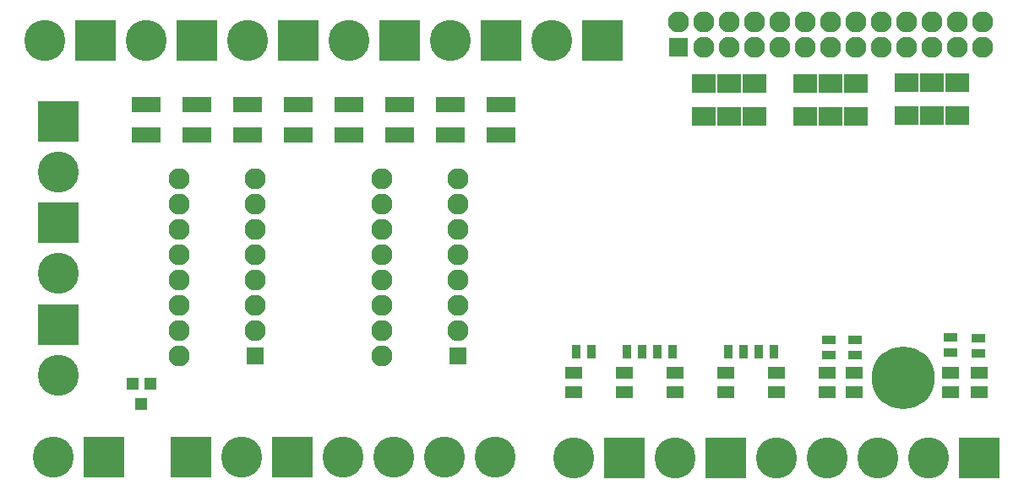
<source format=gbs>
G04 (created by PCBNEW (2013-07-07 BZR 4022)-stable) date 6.3.2014 22:13:41*
%MOIN*%
G04 Gerber Fmt 3.4, Leading zero omitted, Abs format*
%FSLAX34Y34*%
G01*
G70*
G90*
G04 APERTURE LIST*
%ADD10C,0.011811*%
%ADD11R,0.048X0.048*%
%ADD12R,0.072X0.072*%
%ADD13C,0.0828661*%
%ADD14R,0.067X0.067*%
%ADD15R,0.037X0.057*%
%ADD16R,0.057X0.037*%
%ADD17R,0.112X0.062*%
%ADD18R,0.067X0.047*%
%ADD19R,0.092X0.072*%
%ADD20R,0.162X0.162*%
%ADD21C,0.162*%
%ADD22C,0.24822*%
G04 APERTURE END LIST*
G54D10*
G54D11*
X-20313Y-14807D03*
X-21013Y-14807D03*
X-20663Y-15607D03*
G54D12*
X536Y-1507D03*
G54D13*
X536Y-507D03*
X1536Y-1507D03*
X1536Y-507D03*
X2536Y-1507D03*
X2536Y-507D03*
X3536Y-1507D03*
X3536Y-507D03*
X4536Y-1507D03*
X4536Y-507D03*
X5536Y-1507D03*
X5536Y-507D03*
X6536Y-1507D03*
X6536Y-507D03*
X7536Y-1507D03*
X7536Y-507D03*
X8536Y-1507D03*
X8536Y-507D03*
X9536Y-1507D03*
X9536Y-507D03*
X10536Y-1507D03*
X10536Y-507D03*
X11536Y-1507D03*
X11536Y-507D03*
X12536Y-1507D03*
X12536Y-507D03*
G54D14*
X-16163Y-13707D03*
G54D13*
X-16163Y-12707D03*
X-16163Y-11707D03*
X-16163Y-10707D03*
X-16163Y-9707D03*
X-16163Y-8707D03*
X-16163Y-7707D03*
X-16163Y-6707D03*
X-19163Y-6707D03*
X-19163Y-7707D03*
X-19163Y-8707D03*
X-19163Y-9707D03*
X-19163Y-10707D03*
X-19163Y-11707D03*
X-19163Y-12707D03*
X-19163Y-13707D03*
G54D14*
X-8163Y-13707D03*
G54D13*
X-8163Y-12707D03*
X-8163Y-11707D03*
X-8163Y-10707D03*
X-8163Y-9707D03*
X-8163Y-8707D03*
X-8163Y-7707D03*
X-8163Y-6707D03*
X-11163Y-6707D03*
X-11163Y-7707D03*
X-11163Y-8707D03*
X-11163Y-9707D03*
X-11163Y-10707D03*
X-11163Y-11707D03*
X-11163Y-12707D03*
X-11163Y-13707D03*
G54D15*
X308Y-13551D03*
X-291Y-13551D03*
G54D16*
X7484Y-13666D03*
X7484Y-13066D03*
G54D15*
X-3491Y-13551D03*
X-2891Y-13551D03*
G54D16*
X6456Y-13685D03*
X6456Y-13085D03*
G54D15*
X-1491Y-13551D03*
X-891Y-13551D03*
X4308Y-13551D03*
X3708Y-13551D03*
G54D16*
X11263Y-13587D03*
X11263Y-12987D03*
X12362Y-13607D03*
X12362Y-13007D03*
G54D15*
X2508Y-13551D03*
X3108Y-13551D03*
G54D17*
X-8463Y-3773D03*
X-8463Y-4973D03*
X-6463Y-3773D03*
X-6463Y-4973D03*
X-16463Y-3773D03*
X-16463Y-4973D03*
X-10463Y-3773D03*
X-10463Y-4973D03*
X-12463Y-3773D03*
X-12463Y-4973D03*
X-20463Y-3773D03*
X-20463Y-4973D03*
X-14463Y-3773D03*
X-14463Y-4973D03*
X-18463Y-3773D03*
X-18463Y-4973D03*
G54D18*
X11259Y-14388D03*
X11259Y-15138D03*
X12401Y-14388D03*
X12401Y-15138D03*
X2408Y-14376D03*
X2408Y-15126D03*
X4408Y-14376D03*
X4408Y-15126D03*
X6408Y-14376D03*
X6408Y-15126D03*
X7480Y-14388D03*
X7480Y-15138D03*
X-3591Y-14376D03*
X-3591Y-15126D03*
X-1591Y-14376D03*
X-1591Y-15126D03*
X408Y-14376D03*
X408Y-15126D03*
G54D19*
X6536Y-4257D03*
X6536Y-2957D03*
X10528Y-4217D03*
X10528Y-2917D03*
X11528Y-4217D03*
X11528Y-2917D03*
X9528Y-4217D03*
X9528Y-2917D03*
X5536Y-4257D03*
X5536Y-2957D03*
X3544Y-4257D03*
X3544Y-2957D03*
X2544Y-4257D03*
X2544Y-2957D03*
X1544Y-4257D03*
X1544Y-2957D03*
X7536Y-4257D03*
X7536Y-2957D03*
G54D20*
X-22149Y-17716D03*
G54D21*
X-24149Y-17716D03*
G54D20*
X-18463Y-1237D03*
G54D21*
X-20463Y-1237D03*
G54D20*
X-6463Y-1237D03*
G54D21*
X-8463Y-1237D03*
G54D20*
X-10463Y-1237D03*
G54D21*
X-12463Y-1237D03*
G54D20*
X-22463Y-1237D03*
G54D21*
X-24463Y-1237D03*
X-12708Y-17716D03*
X-10708Y-17716D03*
G54D20*
X-14708Y-17716D03*
G54D21*
X-8708Y-17716D03*
X-6708Y-17716D03*
G54D20*
X-18716Y-17716D03*
G54D21*
X-16716Y-17716D03*
G54D20*
X-23937Y-12464D03*
G54D21*
X-23937Y-14464D03*
G54D20*
X-23937Y-8448D03*
G54D21*
X-23937Y-10448D03*
G54D20*
X-23937Y-4433D03*
G54D21*
X-23937Y-6433D03*
X10408Y-17736D03*
X8408Y-17736D03*
G54D20*
X12408Y-17736D03*
G54D21*
X6408Y-17736D03*
X4408Y-17736D03*
G54D20*
X2408Y-17736D03*
G54D21*
X408Y-17736D03*
G54D20*
X-1591Y-17736D03*
G54D21*
X-3591Y-17736D03*
G54D20*
X-2463Y-1237D03*
G54D21*
X-4463Y-1237D03*
G54D20*
X-14463Y-1237D03*
G54D21*
X-16463Y-1237D03*
G54D22*
X9409Y-14566D03*
M02*

</source>
